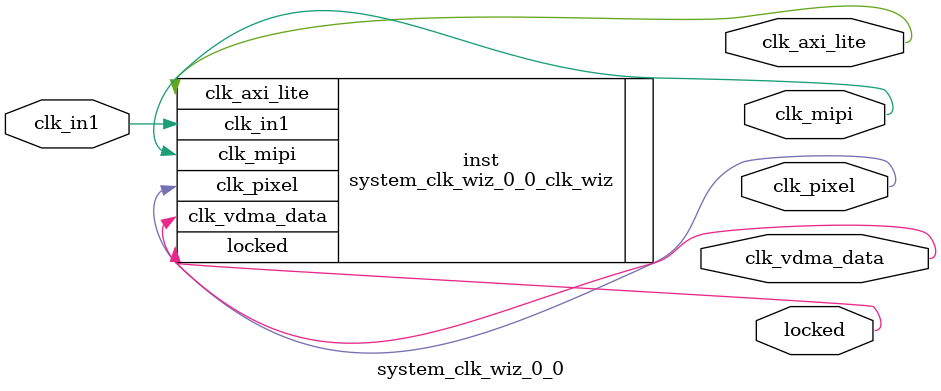
<source format=v>


`timescale 1ps/1ps

(* CORE_GENERATION_INFO = "system_clk_wiz_0_0,clk_wiz_v6_0_10_0_0,{component_name=system_clk_wiz_0_0,use_phase_alignment=false,use_min_o_jitter=false,use_max_i_jitter=false,use_dyn_phase_shift=false,use_inclk_switchover=false,use_dyn_reconfig=false,enable_axi=0,feedback_source=FDBK_AUTO,PRIMITIVE=MMCM,num_out_clk=4,clkin1_period=10.0,clkin2_period=10.0,use_power_down=false,use_reset=false,use_locked=true,use_inclk_stopped=false,feedback_type=SINGLE,CLOCK_MGR_TYPE=NA,manual_override=false}" *)

module system_clk_wiz_0_0 
 (
  // Clock out ports
  output        clk_axi_lite,
  output        clk_vdma_data,
  output        clk_mipi,
  output        clk_pixel,
  // Status and control signals
  output        locked,
 // Clock in ports
  input         clk_in1
 );

  system_clk_wiz_0_0_clk_wiz inst
  (
  // Clock out ports  
  .clk_axi_lite(clk_axi_lite),
  .clk_vdma_data(clk_vdma_data),
  .clk_mipi(clk_mipi),
  .clk_pixel(clk_pixel),
  // Status and control signals               
  .locked(locked),
 // Clock in ports
  .clk_in1(clk_in1)
  );

endmodule

</source>
